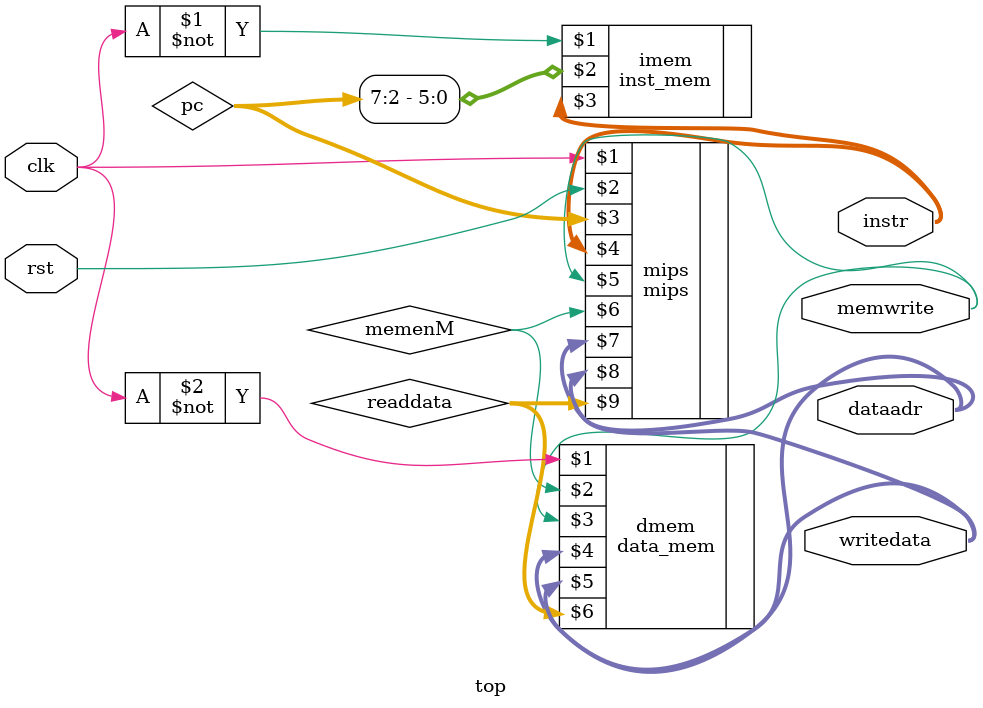
<source format=v>
`timescale 1ns / 1ps


module top(
	input wire clk,rst,
	output wire[31:0] writedata,dataadr,
	output wire memwrite,
	output wire [31:0]instr
    );

	wire[31:0] pc,readdata;
	wire memenM;

	mips mips(clk,rst,pc,instr,memwrite,memenM,dataadr,writedata,readdata);
	inst_mem imem(~clk,pc[7:2],instr);
	data_mem dmem(~clk,memenM,memwrite,dataadr,writedata,readdata);
endmodule

</source>
